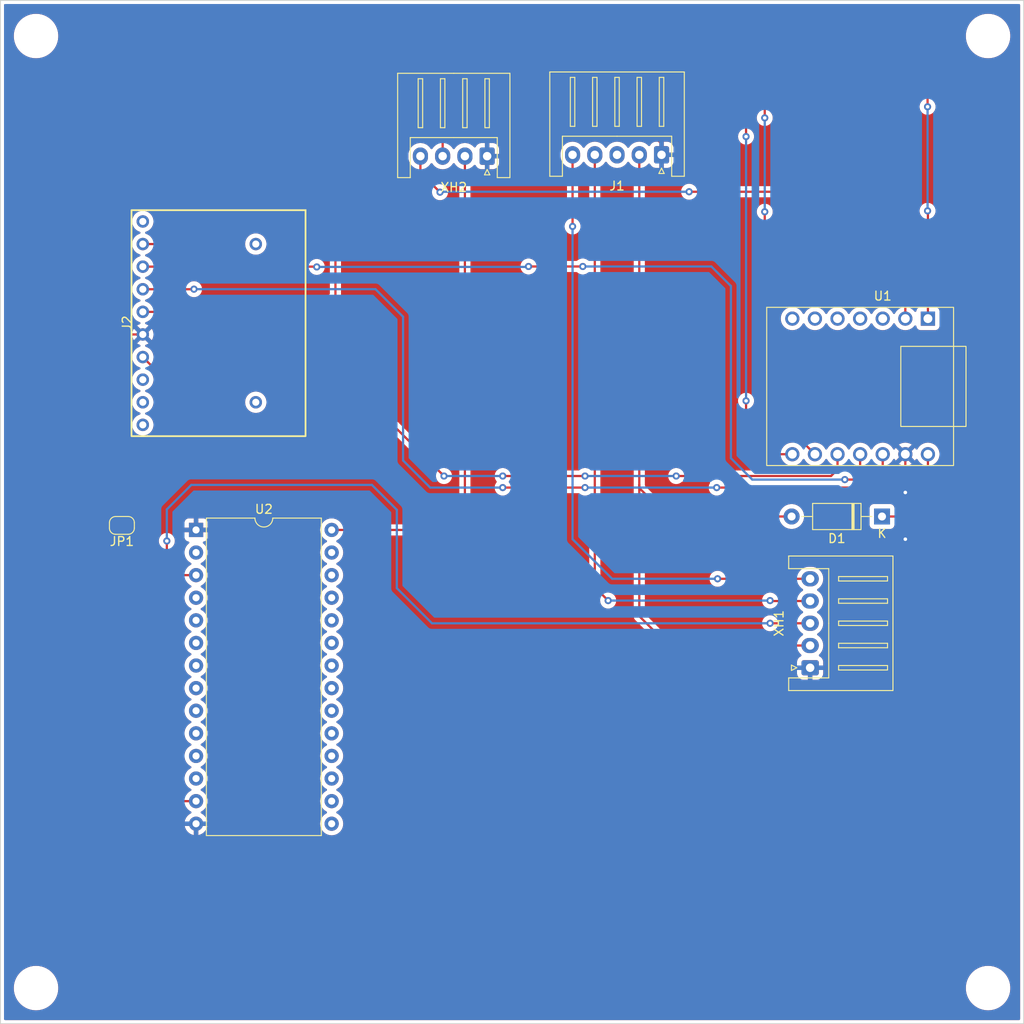
<source format=kicad_pcb>
(kicad_pcb (version 20221018) (generator pcbnew)
  (layers (0 "F.Cu" signal) (31 "B.Cu" signal) (34 "B.Paste" user) (35 "F.Paste" user) (36 "B.SilkS" user "B.Silkscreen") (37 "F.SilkS" user "F.Silkscreen") (38 "B.Mask" user) (39 "F.Mask" user) (44 "Edge.Cuts" user))
  (net 0 "")
  (net 1 "Net-(D1-K)")
  (net 2 "+5V")
  (net 3 "GND")
  (net 5 "/PRGT")
  (net 6 "/1GPS")
  (net 8 "/SD-CS")
  (net 9 "/SD-MOSI")
  (net 10 "/P3V3")
  (net 11 "/SD-CLK")
  (net 12 "/SD-MISO")
  (net 17 "Net-(JP1-B)")
  (net 18 "/L_SD")
  (net 24 "/PTSR")
  (net 26 "/PTTR")
  (net 49 "+3V3")
  (footprint "raiburarii:DHM3" (layer "F.Cu") (at 200 59)
    (fp_text reference "REF**" hide)
    (fp_text value "DHM3" hide)
    (pad "" np_thru_hole circle (at 0 0) (size 3 3) (drill 3) (layers "F&B.Cu" "*.Mask") (clearance 1))
  )
  (footprint "Connector_JST:JST_XH_S5B-XH-A_1x05_P2.50mm_Horizontal" (layer "F.Cu") (at 180 130 90)
    (fp_text reference "XH1" (at 5 -3.5 90) (layer "F.SilkS"))
    (fp_text value "TWELITE_GPS_UART")
    (fp_line (start -2.56 -2.41) (end -1.14 -2.41) (stroke (width 0.12)) (layer "F.SilkS"))
    (fp_line (start -2.56 9.31) (end -2.56 -2.41) (stroke (width 0.12)) (layer "F.SilkS"))
    (fp_line (start -1.14 -2.41) (end -1.14 2.09) (stroke (width 0.12)) (layer "F.SilkS"))
    (fp_line (start -1.14 2.09) (end 5 2.09) (stroke (width 0.12)) (layer "F.SilkS"))
    (fp_line (start -0.3 -2.1) (end 0.3 -2.1) (stroke (width 0.12)) (layer "F.SilkS"))
    (fp_line (start -0.25 3.2) (end -0.25 8.7) (stroke (width 0.12)) (layer "F.SilkS"))
    (fp_line (start -0.25 8.7) (end 0.25 8.7) (stroke (width 0.12)) (layer "F.SilkS"))
    (fp_line (start 0 -1.5) (end -0.3 -2.1) (stroke (width 0.12)) (layer "F.SilkS"))
    (fp_line (start 0.25 3.2) (end -0.25 3.2) (stroke (width 0.12)) (layer "F.SilkS"))
    (fp_line (start 0.25 8.7) (end 0.25 3.2) (stroke (width 0.12)) (layer "F.SilkS"))
    (fp_line (start 0.3 -2.1) (end 0 -1.5) (stroke (width 0.12)) (layer "F.SilkS"))
    (fp_line (start 2.25 3.2) (end 2.25 8.7) (stroke (width 0.12)) (layer "F.SilkS"))
    (fp_line (start 2.25 8.7) (end 2.75 8.7) (stroke (width 0.12)) (layer "F.SilkS"))
    (fp_line (start 2.75 3.2) (end 2.25 3.2) (stroke (width 0.12)) (layer "F.SilkS"))
    (fp_line (start 2.75 8.7) (end 2.75 3.2) (stroke (width 0.12)) (layer "F.SilkS"))
    (fp_line (start 4.75 3.2) (end 4.75 8.7) (stroke (width 0.12)) (layer "F.SilkS"))
    (fp_line (start 4.75 8.7) (end 5.25 8.7) (stroke (width 0.12)) (layer "F.SilkS"))
    (fp_line (start 5 9.31) (end -2.56 9.31) (stroke (width 0.12)) (layer "F.SilkS"))
    (fp_line (start 5 9.31) (end 12.56 9.31) (stroke (width 0.12)) (layer "F.SilkS"))
    (fp_line (start 5.25 3.2) (end 4.75 3.2) (stroke (width 0.12)) (layer "F.SilkS"))
    (fp_line (start 5.25 8.7) (end 5.25 3.2) (stroke (width 0.12)) (layer "F.SilkS"))
    (fp_line (start 7.25 3.2) (end 7.25 8.7) (stroke (width 0.12)) (layer "F.SilkS"))
    (fp_line (start 7.25 8.7) (end 7.75 8.7) (stroke (width 0.12)) (layer "F.SilkS"))
    (fp_line (start 7.75 3.2) (end 7.25 3.2) (stroke (width 0.12)) (layer "F.SilkS"))
    (fp_line (start 7.75 8.7) (end 7.75 3.2) (stroke (width 0.12)) (layer "F.SilkS"))
    (fp_line (start 9.75 3.2) (end 9.75 8.7) (stroke (width 0.12)) (layer "F.SilkS"))
    (fp_line (start 9.75 8.7) (end 10.25 8.7) (stroke (width 0.12)) (layer "F.SilkS"))
    (fp_line (start 10.25 3.2) (end 9.75 3.2) (stroke (width 0.12)) (layer "F.SilkS"))
    (fp_line (start 10.25 8.7) (end 10.25 3.2) (stroke (width 0.12)) (layer "F.SilkS"))
    (fp_line (start 11.14 -2.41) (end 11.14 2.09) (stroke (width 0.12)) (layer "F.SilkS"))
    (fp_line (start 11.14 2.09) (end 5 2.09) (stroke (width 0.12)) (layer "F.SilkS"))
    (fp_line (start 12.56 -2.41) (end 11.14 -2.41) (stroke (width 0.12)) (layer "F.SilkS"))
    (fp_line (start 12.56 9.31) (end 12.56 -2.41) (stroke (width 0.12)) (layer "F.SilkS"))
    (pad "1" thru_hole roundrect (at 0 0 90) (size 1.7 1.95) (drill 0.95) (layers "*.Cu" "*.Mask") (roundrect_rratio 0.147059) (net 3 "GND"))
    (pad "2" thru_hole oval (at 2.5 0 90) (size 1.7 1.95) (drill 0.95) (layers "*.Cu" "*.Mask") (net 2 "+5V"))
    (pad "3" thru_hole oval (at 5 0 90) (size 1.7 1.95) (drill 0.95) (layers "*.Cu" "*.Mask") (net 26 "/PTTR"))
    (pad "4" thru_hole oval (at 7.5 0 90) (size 1.7 1.95) (drill 0.95) (layers "*.Cu" "*.Mask") (net 5 "/PRGT"))
    (pad "5" thru_hole oval (at 10 0 90) (size 1.7 1.95) (drill 0.95) (layers "*.Cu" "*.Mask") (net 6 "/1GPS"))
  )
  (footprint "raiburarii:DHM3" (layer "F.Cu") (at 93 166)
    (fp_text reference "REF**" hide)
    (fp_text value "DHM3" hide)
    (pad "" np_thru_hole circle (at 0 0) (size 3 3) (drill 3) (layers "F&B.Cu" "*.Mask") (clearance 1))
  )
  (footprint "Connector_JST:JST_XH_S5B-XH-A_1x05_P2.50mm_Horizontal" (layer "F.Cu") (at 163.3 72.35 180)
    (fp_text reference "J1" (at 5 -3.5) (layer "F.SilkS"))
    (fp_text value "GPS")
    (fp_line (start -2.56 -2.41) (end -1.14 -2.41) (stroke (width 0.12)) (layer "F.SilkS"))
    (fp_line (start -2.56 9.31) (end -2.56 -2.41) (stroke (width 0.12)) (layer "F.SilkS"))
    (fp_line (start -1.14 -2.41) (end -1.14 2.09) (stroke (width 0.12)) (layer "F.SilkS"))
    (fp_line (start -1.14 2.09) (end 5 2.09) (stroke (width 0.12)) (layer "F.SilkS"))
    (fp_line (start -0.3 -2.1) (end 0.3 -2.1) (stroke (width 0.12)) (layer "F.SilkS"))
    (fp_line (start -0.25 3.2) (end -0.25 8.7) (stroke (width 0.12)) (layer "F.SilkS"))
    (fp_line (start -0.25 8.7) (end 0.25 8.7) (stroke (width 0.12)) (layer "F.SilkS"))
    (fp_line (start 0 -1.5) (end -0.3 -2.1) (stroke (width 0.12)) (layer "F.SilkS"))
    (fp_line (start 0.25 3.2) (end -0.25 3.2) (stroke (width 0.12)) (layer "F.SilkS"))
    (fp_line (start 0.25 8.7) (end 0.25 3.2) (stroke (width 0.12)) (layer "F.SilkS"))
    (fp_line (start 0.3 -2.1) (end 0 -1.5) (stroke (width 0.12)) (layer "F.SilkS"))
    (fp_line (start 2.25 3.2) (end 2.25 8.7) (stroke (width 0.12)) (layer "F.SilkS"))
    (fp_line (start 2.25 8.7) (end 2.75 8.7) (stroke (width 0.12)) (layer "F.SilkS"))
    (fp_line (start 2.75 3.2) (end 2.25 3.2) (stroke (width 0.12)) (layer "F.SilkS"))
    (fp_line (start 2.75 8.7) (end 2.75 3.2) (stroke (width 0.12)) (layer "F.SilkS"))
    (fp_line (start 4.75 3.2) (end 4.75 8.7) (stroke (width 0.12)) (layer "F.SilkS"))
    (fp_line (start 4.75 8.7) (end 5.25 8.7) (stroke (width 0.12)) (layer "F.SilkS"))
    (fp_line (start 5 9.31) (end -2.56 9.31) (stroke (width 0.12)) (layer "F.SilkS"))
    (fp_line (start 5 9.31) (end 12.56 9.31) (stroke (width 0.12)) (layer "F.SilkS"))
    (fp_line (start 5.25 3.2) (end 4.75 3.2) (stroke (width 0.12)) (layer "F.SilkS"))
    (fp_line (start 5.25 8.7) (end 5.25 3.2) (stroke (width 0.12)) (layer "F.SilkS"))
    (fp_line (start 7.25 3.2) (end 7.25 8.7) (stroke (width 0.12)) (layer "F.SilkS"))
    (fp_line (start 7.25 8.7) (end 7.75 8.7) (stroke (width 0.12)) (layer "F.SilkS"))
    (fp_line (start 7.75 3.2) (end 7.25 3.2) (stroke (width 0.12)) (layer "F.SilkS"))
    (fp_line (start 7.75 8.7) (end 7.75 3.2) (stroke (width 0.12)) (layer "F.SilkS"))
    (fp_line (start 9.75 3.2) (end 9.75 8.7) (stroke (width 0.12)) (layer "F.SilkS"))
    (fp_line (start 9.75 8.7) (end 10.25 8.7) (stroke (width 0.12)) (layer "F.SilkS"))
    (fp_line (start 10.25 3.2) (end 9.75 3.2) (stroke (width 0.12)) (layer "F.SilkS"))
    (fp_line (start 10.25 8.7) (end 10.25 3.2) (stroke (width 0.12)) (layer "F.SilkS"))
    (fp_line (start 11.14 -2.41) (end 11.14 2.09) (stroke (width 0.12)) (layer "F.SilkS"))
    (fp_line (start 11.14 2.09) (end 5 2.09) (stroke (width 0.12)) (layer "F.SilkS"))
    (fp_line (start 12.56 -2.41) (end 11.14 -2.41) (stroke (width 0.12)) (layer "F.SilkS"))
    (fp_line (start 12.56 9.31) (end 12.56 -2.41) (stroke (width 0.12)) (layer "F.SilkS"))
    (pad "1" thru_hole roundrect (at 0 0 180) (size 1.7 1.95) (drill 0.95) (layers "*.Cu" "*.Mask") (roundrect_rratio 0.147059) (net 3 "GND"))
    (pad "2" thru_hole oval (at 2.5 0 180) (size 1.7 1.95) (drill 0.95) (layers "*.Cu" "*.Mask") (net 2 "+5V"))
    (pad "3" thru_hole oval (at 5 0 180) (size 1.7 1.95) (drill 0.95) (layers "*.Cu" "*.Mask"))
    (pad "4" thru_hole oval (at 7.5 0 180) (size 1.7 1.95) (drill 0.95) (layers "*.Cu" "*.Mask") (net 5 "/PRGT"))
    (pad "5" thru_hole oval (at 10 0 180) (size 1.7 1.95) (drill 0.95) (layers "*.Cu" "*.Mask") (net 6 "/1GPS"))
  )
  (footprint "microSD:microSD_AE-MICRO-SD-DIP" (layer "F.Cu") (at 103.73 91.27 90)
    (fp_text reference "J2" (at 0 -0.5 90 unlocked) (layer "F.SilkS"))
    (fp_text value "Micro_SD_Card_Det_Hirose_DM3AT")
    (fp_rect (start 12.7 19.56) (end -12.7 0) (stroke (width 0.2)) (fill none) (layer "F.SilkS"))
    (pad "1" thru_hole circle (at 11.43 1.27 90) (size 1.4 1.4) (drill 0.8) (layers "*.Cu" "*.Mask"))
    (pad "2" thru_hole circle (at 8.89 1.27 90) (size 1.4 1.4) (drill 0.8) (layers "*.Cu" "*.Mask") (net 8 "/SD-CS"))
    (pad "3" thru_hole circle (at 6.35 1.27 90) (size 1.4 1.4) (drill 0.8) (layers "*.Cu" "*.Mask") (net 9 "/SD-MOSI"))
    (pad "4" thru_hole circle (at 3.81 1.27 90) (size 1.4 1.4) (drill 0.8) (layers "*.Cu" "*.Mask") (net 10 "/P3V3"))
    (pad "5" thru_hole circle (at 1.27 1.27 90) (size 1.4 1.4) (drill 0.8) (layers "*.Cu" "*.Mask") (net 11 "/SD-CLK"))
    (pad "6" thru_hole circle (at -1.27 1.27 90) (size 1.4 1.4) (drill 0.8) (layers "*.Cu" "*.Mask") (net 3 "GND"))
    (pad "7" thru_hole circle (at -3.81 1.27 90) (size 1.4 1.4) (drill 0.8) (layers "*.Cu" "*.Mask") (net 12 "/SD-MISO"))
    (pad "8" thru_hole circle (at -6.35 1.27 90) (size 1.4 1.4) (drill 0.8) (layers "*.Cu" "*.Mask"))
    (pad "9" thru_hole circle (at -8.89 1.27 90) (size 1.4 1.4) (drill 0.8) (layers "*.Cu" "*.Mask"))
    (pad "10" thru_hole circle (at -11.43 1.27 90) (size 1.4 1.4) (drill 0.8) (layers "*.Cu" "*.Mask"))
    (pad "11" thru_hole circle (at -8.89 13.97 90) (size 1.4 1.4) (drill 0.8) (layers "*.Cu" "*.Mask"))
    (pad "13" thru_hole circle (at 8.89 13.97 90) (size 1.4 1.4) (drill 0.8) (layers "*.Cu" "*.Mask"))
  )
  (footprint "XIAO_PCB:MOUDLE14P-2.54-21X17.8MM" (layer "F.Cu") (at 185.62 98.38)
    (fp_text reference "U1" (at 2.54 -10.16 unlocked) (layer "F.SilkS"))
    (fp_text value "MOUDLE-SEEEDUINO-XIAO")
    (fp_rect (start -10.5 -8.89) (end 10.5 8.89) (stroke (width 0.12)) (fill none) (layer "F.SilkS"))
    (fp_rect (start 4.57 -4.5) (end 11.9 4.5) (stroke (width 0.12)) (fill none) (layer "F.SilkS"))
    (pad "1" thru_hole rect (at 7.62 -7.62) (size 1.6 1.6) (drill 1) (layers "*.Cu" "*.Mask") (net 8 "/SD-CS"))
    (pad "2" thru_hole circle (at 5.08 -7.62) (size 1.6 1.6) (drill 1) (layers "*.Cu" "*.Mask") (net 18 "/L_SD"))
    (pad "3" thru_hole circle (at 2.54 -7.62) (size 1.6 1.6) (drill 1) (layers "*.Cu" "*.Mask"))
    (pad "4" thru_hole circle (at 0 -7.62) (size 1.6 1.6) (drill 1) (layers "*.Cu" "*.Mask"))
    (pad "5" thru_hole circle (at -2.54 -7.62) (size 1.6 1.6) (drill 1) (layers "*.Cu" "*.Mask"))
    (pad "6" thru_hole circle (at -5.08 -7.62) (size 1.6 1.6) (drill 1) (layers "*.Cu" "*.Mask"))
    (pad "7" thru_hole circle (at -7.62 -7.62) (size 1.6 1.6) (drill 1) (layers "*.Cu" "*.Mask"))
    (pad "8" thru_hole circle (at -7.62 7.62) (size 1.6 1.6) (drill 1) (layers "*.Cu" "*.Mask") (net 24 "/PTSR"))
    (pad "9" thru_hole circle (at -5.08 7.62) (size 1.6 1.6) (drill 1) (layers "*.Cu" "*.Mask") (net 11 "/SD-CLK"))
    (pad "10" thru_hole circle (at -2.54 7.62) (size 1.6 1.6) (drill 1) (layers "*.Cu" "*.Mask") (net 12 "/SD-MISO"))
    (pad "11" thru_hole circle (at 0 7.62) (size 1.6 1.6) (drill 1) (layers "*.Cu" "*.Mask") (net 9 "/SD-MOSI"))
    (pad "12" thru_hole circle (at 2.54 7.62) (size 1.6 1.6) (drill 1) (layers "*.Cu" "*.Mask") (net 10 "/P3V3"))
    (pad "13" thru_hole circle (at 5.08 7.62) (size 1.6 1.6) (drill 1) (layers "*.Cu" "*.Mask") (net 3 "GND"))
    (pad "14" thru_hole circle (at 7.62 7.62) (size 1.6 1.6) (drill 1) (layers "*.Cu" "*.Mask") (net 1 "Net-(D1-K)"))
  )
  (footprint "Connector_JST:JST_XH_S4B-XH-A_1x04_P2.50mm_Horizontal" (layer "F.Cu") (at 143.7 72.5 180)
    (fp_text reference "XH2" (at 3.75 -3.5) (layer "F.SilkS"))
    (fp_text value "SD-UART")
    (fp_line (start -2.56 -2.41) (end -1.14 -2.41) (stroke (width 0.12)) (layer "F.SilkS"))
    (fp_line (start -2.56 9.31) (end -2.56 -2.41) (stroke (width 0.12)) (layer "F.SilkS"))
    (fp_line (start -1.14 -2.41) (end -1.14 2.09) (stroke (width 0.12)) (layer "F.SilkS"))
    (fp_line (start -1.14 2.09) (end 3.75 2.09) (stroke (width 0.12)) (layer "F.SilkS"))
    (fp_line (start -0.3 -2.1) (end 0.3 -2.1) (stroke (width 0.12)) (layer "F.SilkS"))
    (fp_line (start -0.25 3.2) (end -0.25 8.7) (stroke (width 0.12)) (layer "F.SilkS"))
    (fp_line (start -0.25 8.7) (end 0.25 8.7) (stroke (width 0.12)) (layer "F.SilkS"))
    (fp_line (start 0 -1.5) (end -0.3 -2.1) (stroke (width 0.12)) (layer "F.SilkS"))
    (fp_line (start 0.25 3.2) (end -0.25 3.2) (stroke (width 0.12)) (layer "F.SilkS"))
    (fp_line (start 0.25 8.7) (end 0.25 3.2) (stroke (width 0.12)) (layer "F.SilkS"))
    (fp_line (start 0.3 -2.1) (end 0 -1.5) (stroke (width 0.12)) (layer "F.SilkS"))
    (fp_line (start 2.25 3.2) (end 2.25 8.7) (stroke (width 0.12)) (layer "F.SilkS"))
    (fp_line (start 2.25 8.7) (end 2.75 8.7) (stroke (width 0.12)) (layer "F.SilkS"))
    (fp_line (start 2.75 3.2) (end 2.25 3.2) (stroke (width 0.12)) (layer "F.SilkS"))
    (fp_line (start 2.75 8.7) (end 2.75 3.2) (stroke (width 0.12)) (layer "F.SilkS"))
    (fp_line (start 3.75 9.31) (end -2.56 9.31) (stroke (width 0.12)) (layer "F.SilkS"))
    (fp_line (start 3.75 9.31) (end 10.06 9.31) (stroke (width 0.12)) (layer "F.SilkS"))
    (fp_line (start 4.75 3.2) (end 4.75 8.7) (stroke (width 0.12)) (layer "F.SilkS"))
    (fp_line (start 4.75 8.7) (end 5.25 8.7) (stroke (width 0.12)) (layer "F.SilkS"))
    (fp_line (start 5.25 3.2) (end 4.75 3.2) (stroke (width 0.12)) (layer "F.SilkS"))
    (fp_line (start 5.25 8.7) (end 5.25 3.2) (stroke (width 0.12)) (layer "F.SilkS"))
    (fp_line (start 7.25 3.2) (end 7.25 8.7) (stroke (width 0.12)) (layer "F.SilkS"))
    (fp_line (start 7.25 8.7) (end 7.75 8.7) (stroke (width 0.12)) (layer "F.SilkS"))
    (fp_line (start 7.75 3.2) (end 7.25 3.2) (stroke (width 0.12)) (layer "F.SilkS"))
    (fp_line (start 7.75 8.7) (end 7.75 3.2) (stroke (width 0.12)) (layer "F.SilkS"))
    (fp_line (start 8.64 -2.41) (end 8.64 2.09) (stroke (width 0.12)) (layer "F.SilkS"))
    (fp_line (start 8.64 2.09) (end 3.75 2.09) (stroke (width 0.12)) (layer "F.SilkS"))
    (fp_line (start 10.06 -2.41) (end 8.64 -2.41) (stroke (width 0.12)) (layer "F.SilkS"))
    (fp_line (start 10.06 9.31) (end 10.06 -2.41) (stroke (width 0.12)) (layer "F.SilkS"))
    (pad "1" thru_hole roundrect (at 0 0 180) (size 1.7 1.95) (drill 0.95) (layers "*.Cu" "*.Mask") (roundrect_rratio 0.147059) (net 3 "GND"))
    (pad "2" thru_hole oval (at 2.5 0 180) (size 1.7 1.95) (drill 0.95) (layers "*.Cu" "*.Mask") (net 49 "+3V3"))
    (pad "3" thru_hole oval (at 5 0 180) (size 1.7 1.95) (drill 0.95) (layers "*.Cu" "*.Mask") (net 24 "/PTSR"))
    (pad "4" thru_hole oval (at 7.5 0 180) (size 1.7 1.95) (drill 0.95) (layers "*.Cu" "*.Mask") (net 18 "/L_SD"))
  )
  (footprint "Jumper:SolderJumper-2_P1.3mm_Open_RoundedPad1.0x1.5mm" (layer "F.Cu") (at 102.65 114 180)
    (fp_text reference "JP1" (at 0 -1.8) (layer "F.SilkS"))
    (fp_text value "SolderJumper_2_Open")
    (fp_line (start -1.4 0.3) (end -1.4 -0.3) (stroke (width 0.12)) (layer "F.SilkS"))
    (fp_line (start -0.7 -1) (end 0.7 -1) (stroke (width 0.12)) (layer "F.SilkS"))
    (fp_line (start 0.7 1) (end -0.7 1) (stroke (width 0.12)) (layer "F.SilkS"))
    (fp_line (start 1.4 -0.3) (end 1.4 0.3) (stroke (width 0.12)) (layer "F.SilkS"))
    (fp_arc (start -1.4 -0.3) (mid -1.194975 -0.794975) (end -0.7 -1) (stroke (width 0.12)) (layer "F.SilkS"))
    (fp_arc (start -0.7 1) (mid -1.194975 0.794975) (end -1.4 0.3) (stroke (width 0.12)) (layer "F.SilkS"))
    (fp_arc (start 0.7 -1) (mid 1.194975 -0.794975) (end 1.4 -0.3) (stroke (width 0.12)) (layer "F.SilkS"))
    (fp_arc (start 1.4 0.3) (mid 1.194975 0.794975) (end 0.7 1) (stroke (width 0.12)) (layer "F.SilkS"))
    (pad "1" smd custom (at -0.65 0 180) (size 1 0.5) (layers "F.Cu" "F.Mask") (net 3 "GND") (options (clearance outline) (anchor rect)) (primitives (gr_circle (center 0 0.25) (end 0.5 0.25) (width 0) (fill yes)) (gr_circle (center 0 -0.25) (end 0.5 -0.25) (width 0) (fill yes)) (gr_poly (pts (xy 0.5 0.75) (xy 0 0.75) (xy 0 -0.75) (xy 0.5 -0.75)) (width 0) (fill yes))))
    (pad "2" smd custom (at 0.65 0 180) (size 1 0.5) (layers "F.Cu" "F.Mask") (net 17 "Net-(JP1-B)") (options (clearance outline) (anchor rect)) (primitives (gr_circle (center 0 0.25) (end 0.5 0.25) (width 0) (fill yes)) (gr_circle (center 0 -0.25) (end 0.5 -0.25) (width 0) (fill yes)) (gr_poly (pts (xy 0 0.75) (xy -0.5 0.75) (xy -0.5 -0.75) (xy 0 -0.75)) (width 0) (fill yes))))
  )
  (footprint "raiburarii:DHM3" (layer "F.Cu") (at 200 166)
    (fp_text reference "REF**" hide)
    (fp_text value "DHM3" hide)
    (pad "" np_thru_hole circle (at 0 0) (size 3 3) (drill 3) (layers "F&B.Cu" "*.Mask") (clearance 1))
  )
  (footprint "raiburarii:DHM3" (layer "F.Cu") (at 93 59)
    (fp_text reference "REF**" hide)
    (fp_text value "DHM3" hide)
    (pad "" np_thru_hole circle (at 0 0) (size 3 3) (drill 3) (layers "F&B.Cu" "*.Mask") (clearance 1))
  )
  (footprint "Package_DIP:DIP-28_W15.24mm" (layer "F.Cu") (at 110.985 114.51)
    (fp_text reference "U2" (at 7.62 -2.33) (layer "F.SilkS"))
    (fp_text value "TWE-L-DP-W")
    (fp_line (start 1.16 -1.33) (end 1.16 34.35) (stroke (width 0.12)) (layer "F.SilkS"))
    (fp_line (start 1.16 34.35) (end 14.08 34.35) (stroke (width 0.12)) (layer "F.SilkS"))
    (fp_line (start 6.62 -1.33) (end 1.16 -1.33) (stroke (width 0.12)) (layer "F.SilkS"))
    (fp_line (start 14.08 -1.33) (end 8.62 -1.33) (stroke (width 0.12)) (layer "F.SilkS"))
    (fp_line (start 14.08 34.35) (end 14.08 -1.33) (stroke (width 0.12)) (layer "F.SilkS"))
    (fp_arc (start 8.62 -1.33) (mid 7.62 -0.33) (end 6.62 -1.33) (stroke (width 0.12)) (layer "F.SilkS"))
    (pad "1" thru_hole rect (at 0 0) (size 1.6 1.6) (drill 0.8) (layers "*.Cu" "*.Mask") (net 3 "GND"))
    (pad "2" thru_hole oval (at 0 2.54) (size 1.6 1.6) (drill 0.8) (layers "*.Cu" "*.Mask"))
    (pad "3" thru_hole oval (at 0 5.08) (size 1.6 1.6) (drill 0.8) (layers "*.Cu" "*.Mask") (net 26 "/PTTR"))
    (pad "4" thru_hole oval (at 0 7.62) (size 1.6 1.6) (drill 0.8) (layers "*.Cu" "*.Mask"))
    (pad "5" thru_hole oval (at 0 10.16) (size 1.6 1.6) (drill 0.8) (layers "*.Cu" "*.Mask"))
    (pad "6" thru_hole oval (at 0 12.7) (size 1.6 1.6) (drill 0.8) (layers "*.Cu" "*.Mask"))
    (pad "7" thru_hole oval (at 0 15.24) (size 1.6 1.6) (drill 0.8) (layers "*.Cu" "*.Mask"))
    (pad "8" thru_hole oval (at 0 17.78) (size 1.6 1.6) (drill 0.8) (layers "*.Cu" "*.Mask"))
    (pad "9" thru_hole oval (at 0 20.32) (size 1.6 1.6) (drill 0.8) (layers "*.Cu" "*.Mask"))
    (pad "10" thru_hole oval (at 0 22.86) (size 1.6 1.6) (drill 0.8) (layers "*.Cu" "*.Mask"))
    (pad "11" thru_hole oval (at 0 25.4) (size 1.6 1.6) (drill 0.8) (layers "*.Cu" "*.Mask"))
    (pad "12" thru_hole oval (at 0 27.94) (size 1.6 1.6) (drill 0.8) (layers "*.Cu" "*.Mask"))
    (pad "13" thru_hole oval (at 0 30.48) (size 1.6 1.6) (drill 0.8) (layers "*.Cu" "*.Mask") (net 17 "Net-(JP1-B)"))
    (pad "14" thru_hole oval (at 0 33.02) (size 1.6 1.6) (drill 0.8) (layers "*.Cu" "*.Mask") (net 3 "GND"))
    (pad "15" thru_hole oval (at 15.24 33.02) (size 1.6 1.6) (drill 0.8) (layers "*.Cu" "*.Mask"))
    (pad "16" thru_hole oval (at 15.24 30.48) (size 1.6 1.6) (drill 0.8) (layers "*.Cu" "*.Mask"))
    (pad "17" thru_hole oval (at 15.24 27.94) (size 1.6 1.6) (drill 0.8) (layers "*.Cu" "*.Mask"))
    (pad "18" thru_hole oval (at 15.24 25.4) (size 1.6 1.6) (drill 0.8) (layers "*.Cu" "*.Mask"))
    (pad "19" thru_hole oval (at 15.24 22.86) (size 1.6 1.6) (drill 0.8) (layers "*.Cu" "*.Mask"))
    (pad "20" thru_hole oval (at 15.24 20.32) (size 1.6 1.6) (drill 0.8) (layers "*.Cu" "*.Mask"))
    (pad "21" thru_hole oval (at 15.24 17.78) (size 1.6 1.6) (drill 0.8) (layers "*.Cu" "*.Mask"))
    (pad "22" thru_hole oval (at 15.24 15.24) (size 1.6 1.6) (drill 0.8) (layers "*.Cu" "*.Mask"))
    (pad "23" thru_hole oval (at 15.24 12.7) (size 1.6 1.6) (drill 0.8) (layers "*.Cu" "*.Mask"))
    (pad "24" thru_hole oval (at 15.24 10.16) (size 1.6 1.6) (drill 0.8) (layers "*.Cu" "*.Mask"))
    (pad "25" thru_hole oval (at 15.24 7.62) (size 1.6 1.6) (drill 0.8) (layers "*.Cu" "*.Mask"))
    (pad "26" thru_hole oval (at 15.24 5.08) (size 1.6 1.6) (drill 0.8) (layers "*.Cu" "*.Mask"))
    (pad "27" thru_hole oval (at 15.24 2.54) (size 1.6 1.6) (drill 0.8) (layers "*.Cu" "*.Mask"))
    (pad "28" thru_hole oval (at 15.24 0) (size 1.6 1.6) (drill 0.8) (layers "*.Cu" "*.Mask") (net 49 "+3V3"))
  )
  (footprint "Diode_THT:D_A-405_P10.16mm_Horizontal" (layer "F.Cu") (at 188.08 113 180)
    (fp_text reference "D1" (at 5.08 -2.47) (layer "F.SilkS"))
    (fp_text value "D")
    (fp_text user "K" (at 0 -1.9) (layer "F.SilkS"))
    (fp_line (start 1.14 0) (end 2.36 0) (stroke (width 0.12)) (layer "F.SilkS"))
    (fp_line (start 2.36 -1.47) (end 2.36 1.47) (stroke (width 0.12)) (layer "F.SilkS"))
    (fp_line (start 2.36 1.47) (end 7.8 1.47) (stroke (width 0.12)) (layer "F.SilkS"))
    (fp_line (start 3.14 -1.47) (end 3.14 1.47) (stroke (width 0.12)) (layer "F.SilkS"))
    (fp_line (start 3.26 -1.47) (end 3.26 1.47) (stroke (width 0.12)) (layer "F.SilkS"))
    (fp_line (start 3.38 -1.47) (end 3.38 1.47) (stroke (width 0.12)) (layer "F.SilkS"))
    (fp_line (start 7.8 -1.47) (end 2.36 -1.47) (stroke (width 0.12)) (layer "F.SilkS"))
    (fp_line (start 7.8 1.47) (end 7.8 -1.47) (stroke (width 0.12)) (layer "F.SilkS"))
    (fp_line (start 9.02 0) (end 7.8 0) (stroke (width 0.12)) (layer "F.SilkS"))
    (pad "1" thru_hole rect (at 0 0 180) (size 1.8 1.8) (drill 0.9) (layers "*.Cu" "*.Mask") (net 1 "Net-(D1-K)"))
    (pad "2" thru_hole oval (at 10.16 0 180) (size 1.8 1.8) (drill 0.9) (layers "*.Cu" "*.Mask") (net 2 "+5V"))
  )
  (gr_line (start 204 170) (end 204 55) (stroke (width 0.1)) (layer "Edge.Cuts"))
  (gr_line (start 89 170) (end 204 170) (stroke (width 0.1)) (layer "Edge.Cuts"))
  (gr_line (start 204 55) (end 89 55) (stroke (width 0.1)) (layer "Edge.Cuts"))
  (gr_line (start 89 55) (end 89 170) (stroke (width 0.1)) (layer "Edge.Cuts"))
  (segment (start 193.24 106) (end 193.24 111.76) (width 0.25) (layer "F.Cu") (net 1))
  (segment (start 193.24 111.76) (end 192 113) (width 0.25) (layer "F.Cu") (net 1))
  (segment (start 192 113) (end 188.08 113) (width 0.25) (layer "F.Cu") (net 1))
  (segment (start 164 113) (end 160.8 109.8) (width 0.25) (layer "F.Cu") (net 2))
  (segment (start 164.1 127.5) (end 160.8 124.2) (width 0.25) (layer "F.Cu") (net 2))
  (segment (start 177.92 113) (end 164 113) (width 0.25) (layer "F.Cu") (net 2))
  (segment (start 160.8 109.8) (end 160.8 109.45) (width 0.25) (layer "F.Cu") (net 2))
  (segment (start 180 127.5) (end 164.1 127.5) (width 0.25) (layer "F.Cu") (net 2))
  (segment (start 160.8 109.45) (end 160.8 72.35) (width 0.25) (layer "F.Cu") (net 2))
  (segment (start 160.8 124.2) (end 160.8 109.45) (width 0.25) (layer "F.Cu") (net 2))
  (segment (start 110.985 114.51) (end 103.81 114.51) (width 0.25) (layer "F.Cu") (net 3))
  (segment (start 112.65 152.1) (end 176.3 152.1) (width 0.25) (layer "F.Cu") (net 3))
  (segment (start 110.985 147.53) (end 110.985 150.435) (width 0.25) (layer "F.Cu") (net 3))
  (segment (start 161.6 69.4) (end 163.3 71.1) (width 0.25) (layer "F.Cu") (net 3))
  (segment (start 145.25 69.4) (end 161.6 69.4) (width 0.25) (layer "F.Cu") (net 3))
  (segment (start 143.7 72.5) (end 143.7 70.95) (width 0.25) (layer "F.Cu") (net 3))
  (segment (start 199 117.25) (end 199 76.45) (width 0.25) (layer "F.Cu") (net 3))
  (segment (start 190.7 106) (end 190.7 110.3) (width 0.25) (layer "F.Cu") (net 3))
  (segment (start 190.7 115.55) (end 190.7 117.45) (width 0.25) (layer "F.Cu") (net 3))
  (segment (start 110.985 150.435) (end 112.65 152.1) (width 0.25) (layer "F.Cu") (net 3))
  (segment (start 103.3 93.05) (end 103.3 114) (width 0.25) (layer "F.Cu") (net 3))
  (segment (start 190.7 117.45) (end 192 118.75) (width 0.25) (layer "F.Cu") (net 3))
  (segment (start 199 76.45) (end 194.9 72.35) (width 0.25) (layer "F.Cu") (net 3))
  (segment (start 143.7 70.95) (end 145.25 69.4) (width 0.25) (layer "F.Cu") (net 3))
  (segment (start 194.9 72.35) (end 163.3 72.35) (width 0.25) (layer "F.Cu") (net 3))
  (segment (start 176.3 152.1) (end 180 148.4) (width 0.25) (layer "F.Cu") (net 3))
  (segment (start 163.3 71.1) (end 163.3 72.35) (width 0.25) (layer "F.Cu") (net 3))
  (segment (start 103.81 92.54) (end 103.3 93.05) (width 0.25) (layer "F.Cu") (net 3))
  (segment (start 180 148.4) (end 180 130) (width 0.25) (layer "F.Cu") (net 3))
  (segment (start 105 92.54) (end 103.81 92.54) (width 0.25) (layer "F.Cu") (net 3))
  (segment (start 103.81 114.51) (end 103.3 114) (width 0.25) (layer "F.Cu") (net 3))
  (segment (start 197.5 118.75) (end 199 117.25) (width 0.25) (layer "F.Cu") (net 3))
  (segment (start 192 118.75) (end 197.5 118.75) (width 0.25) (layer "F.Cu") (net 3))
  (via (at 190.7 115.55) (size 0.8) (drill 0.4) (layers "F.Cu" "B.Cu") (net 3))
  (via (at 190.7 110.3) (size 0.8) (drill 0.4) (layers "F.Cu" "B.Cu") (net 3))
  (segment (start 190.7 110.3) (end 190.7 115.55) (width 0.25) (layer "B.Cu") (net 3))
  (segment (start 175.55 122.5) (end 180 122.5) (width 0.25) (layer "F.Cu") (net 5))
  (segment (start 155.8 120.95) (end 157.3 122.45) (width 0.25) (layer "F.Cu") (net 5))
  (segment (start 155.8 72.35) (end 155.8 120.95) (width 0.25) (layer "F.Cu") (net 5))
  (segment (start 175.5 122.45) (end 175.55 122.5) (width 0.25) (layer "F.Cu") (net 5))
  (via (at 157.3 122.45) (size 0.8) (drill 0.4) (layers "F.Cu" "B.Cu") (net 5))
  (via (at 175.5 122.45) (size 0.8) (drill 0.4) (layers "F.Cu" "B.Cu") (net 5))
  (segment (start 157.3 122.45) (end 175.5 122.45) (width 0.25) (layer "B.Cu") (net 5))
  (segment (start 153.3 80.4) (end 153.3 72.35) (width 0.25) (layer "F.Cu") (net 6))
  (segment (start 180 120) (end 169.6 120) (width 0.25) (layer "F.Cu") (net 6))
  (via (at 153.3 80.4) (size 0.8) (drill 0.4) (layers "F.Cu" "B.Cu") (net 6))
  (via (at 169.6 120) (size 0.8) (drill 0.4) (layers "F.Cu" "B.Cu") (net 6))
  (segment (start 157.75 120) (end 156.25 118.5) (width 0.25) (layer "B.Cu") (net 6))
  (segment (start 153.3 115.55) (end 153.3 80.4) (width 0.25) (layer "B.Cu") (net 6))
  (segment (start 169.6 120) (end 157.75 120) (width 0.25) (layer "B.Cu") (net 6))
  (segment (start 156.25 118.5) (end 153.3 115.55) (width 0.25) (layer "B.Cu") (net 6))
  (segment (start 191.6 60.5) (end 193.2 62.1) (width 0.25) (layer "F.Cu") (net 8))
  (segment (start 105 82.38) (end 107.58 82.38) (width 0.25) (layer "F.Cu") (net 8))
  (segment (start 118.8 59.35) (end 190.45 59.35) (width 0.25) (layer "F.Cu") (net 8))
  (segment (start 190.45 59.35) (end 191.6 60.5) (width 0.25) (layer "F.Cu") (net 8))
  (segment (start 114 82.35) (end 116.4 79.95) (width 0.25) (layer "F.Cu") (net 8))
  (segment (start 116.4 66.35) (end 116.4 61.75) (width 0.25) (layer "F.Cu") (net 8))
  (segment (start 193.2 62.1) (end 193.2 66.95) (width 0.25) (layer "F.Cu") (net 8))
  (segment (start 107.61 82.35) (end 114 82.35) (width 0.25) (layer "F.Cu") (net 8))
  (segment (start 193.24 78.69) (end 193.24 90.76) (width 0.25) (layer "F.Cu") (net 8))
  (segment (start 116.4 61.75) (end 118.8 59.35) (width 0.25) (layer "F.Cu") (net 8))
  (segment (start 193.2 78.65) (end 193.24 78.69) (width 0.25) (layer "F.Cu") (net 8))
  (segment (start 107.58 82.38) (end 107.61 82.35) (width 0.25) (layer "F.Cu") (net 8))
  (segment (start 116.4 79.95) (end 116.4 66.35) (width 0.25) (layer "F.Cu") (net 8))
  (via (at 193.2 78.65) (size 0.8) (drill 0.4) (layers "F.Cu" "B.Cu") (net 8))
  (via (at 193.2 66.95) (size 0.8) (drill 0.4) (layers "F.Cu" "B.Cu") (net 8))
  (segment (start 193.2 66.95) (end 193.2 78.65) (width 0.25) (layer "B.Cu") (net 8))
  (segment (start 124.52 84.92) (end 124.55 84.95) (width 0.25) (layer "F.Cu") (net 9))
  (segment (start 185.35 108.85) (end 185.62 108.58) (width 0.25) (layer "F.Cu") (net 9))
  (segment (start 105 84.92) (end 124.52 84.92) (width 0.25) (layer "F.Cu") (net 9))
  (segment (start 148.35 84.9) (end 154.45 84.9) (width 0.25) (layer "F.Cu") (net 9))
  (segment (start 185.62 108.58) (end 185.62 106) (width 0.25) (layer "F.Cu") (net 9))
  (segment (start 183.9 108.85) (end 185.35 108.85) (width 0.25) (layer "F.Cu") (net 9))
  (via (at 124.55 84.95) (size 0.8) (drill 0.4) (layers "F.Cu" "B.Cu") (net 9))
  (via (at 183.9 108.85) (size 0.8) (drill 0.4) (layers "F.Cu" "B.Cu") (net 9))
  (via (at 154.45 84.9) (size 0.8) (drill 0.4) (layers "F.Cu" "B.Cu") (net 9))
  (via (at 148.35 84.9) (size 0.8) (drill 0.4) (layers "F.Cu" "B.Cu") (net 9))
  (segment (start 124.55 84.95) (end 148.3 84.95) (width 0.25) (layer "B.Cu") (net 9))
  (segment (start 173.5 108.85) (end 183.9 108.85) (width 0.25) (layer "B.Cu") (net 9))
  (segment (start 169.6 85.6) (end 171.1 87.1) (width 0.25) (layer "B.Cu") (net 9))
  (segment (start 154.45 84.9) (end 168.9 84.9) (width 0.25) (layer "B.Cu") (net 9))
  (segment (start 168.9 84.9) (end 169.6 85.6) (width 0.25) (layer "B.Cu") (net 9))
  (segment (start 148.3 84.95) (end 148.35 84.9) (width 0.25) (layer "B.Cu") (net 9))
  (segment (start 171.1 106.45) (end 173.5 108.85) (width 0.25) (layer "B.Cu") (net 9))
  (segment (start 171.1 87.1) (end 171.1 106.45) (width 0.25) (layer "B.Cu") (net 9))
  (segment (start 188.16 106) (end 188.16 108.84) (width 0.25) (layer "F.Cu") (net 10))
  (segment (start 188.16 108.84) (end 187.25 109.75) (width 0.25) (layer "F.Cu") (net 10))
  (segment (start 187.25 109.75) (end 169.5 109.75) (width 0.25) (layer "F.Cu") (net 10))
  (segment (start 110.75 87.45) (end 110.74 87.46) (width 0.25) (layer "F.Cu") (net 10))
  (segment (start 154.7 109.75) (end 145.45 109.75) (width 0.25) (layer "F.Cu") (net 10))
  (segment (start 110.74 87.46) (end 105 87.46) (width 0.25) (layer "F.Cu") (net 10))
  (via (at 110.75 87.45) (size 0.8) (drill 0.4) (layers "F.Cu" "B.Cu") (net 10))
  (via (at 154.7 109.75) (size 0.8) (drill 0.4) (layers "F.Cu" "B.Cu") (net 10))
  (via (at 145.45 109.75) (size 0.8) (drill 0.4) (layers "F.Cu" "B.Cu") (net 10))
  (via (at 169.5 109.75) (size 0.8) (drill 0.4) (layers "F.Cu" "B.Cu") (net 10))
  (segment (start 131.15 87.45) (end 110.75 87.45) (width 0.25) (layer "B.Cu") (net 10))
  (segment (start 169.5 109.75) (end 154.7 109.75) (width 0.25) (layer "B.Cu") (net 10))
  (segment (start 136.1 108.55) (end 134.25 106.7) (width 0.25) (layer "B.Cu") (net 10))
  (segment (start 137.3 109.75) (end 136.1 108.55) (width 0.25) (layer "B.Cu") (net 10))
  (segment (start 134.25 106.7) (end 134.25 90.55) (width 0.25) (layer "B.Cu") (net 10))
  (segment (start 145.45 109.75) (end 137.3 109.75) (width 0.25) (layer "B.Cu") (net 10))
  (segment (start 134.25 90.55) (end 131.15 87.45) (width 0.25) (layer "B.Cu") (net 10))
  (segment (start 126.65 64.25) (end 126.65 88.25) (width 0.25) (layer "F.Cu") (net 11))
  (segment (start 180.54 106) (end 174.9 100.36) (width 0.25) (layer "F.Cu") (net 11))
  (segment (start 126.65 88.25) (end 124.9 90) (width 0.25) (layer "F.Cu") (net 11))
  (segment (start 174.9 100.36) (end 174.9 100.3) (width 0.25) (layer "F.Cu") (net 11))
  (segment (start 173.35 60.95) (end 129.95 60.95) (width 0.25) (layer "F.Cu") (net 11))
  (segment (start 129.95 60.95) (end 126.65 64.25) (width 0.25) (layer "F.Cu") (net 11))
  (segment (start 174.9 100.3) (end 174.9 78.75) (width 0.25) (layer "F.Cu") (net 11))
  (segment (start 174.9 68.2) (end 174.9 62.5) (width 0.25) (layer "F.Cu") (net 11))
  (segment (start 124.9 90) (end 105 90) (width 0.25) (layer "F.Cu") (net 11))
  (segment (start 174.9 62.5) (end 173.35 60.95) (width 0.25) (layer "F.Cu") (net 11))
  (via (at 174.9 68.2) (size 0.8) (drill 0.4) (layers "F.Cu" "B.Cu") (net 11))
  (via (at 174.9 78.75) (size 0.8) (drill 0.4) (layers "F.Cu" "B.Cu") (net 11))
  (segment (start 174.9 78.75) (end 174.9 68.2) (width 0.25) (layer "B.Cu") (net 11))
  (segment (start 138.85 108.45) (end 132.7 102.3) (width 0.25) (layer "F.Cu") (net 12))
  (segment (start 130.45 96.1) (end 106.02 96.1) (width 0.25) (layer "F.Cu") (net 12))
  (segment (start 183.08 107.72) (end 182.35 108.45) (width 0.25) (layer "F.Cu") (net 12))
  (segment (start 132.7 102.3) (end 132.7 98.35) (width 0.25) (layer "F.Cu") (net 12))
  (segment (start 106.02 96.1) (end 105 95.08) (width 0.25) (layer "F.Cu") (net 12))
  (segment (start 182.35 108.45) (end 164.95 108.45) (width 0.25) (layer "F.Cu") (net 12))
  (segment (start 154.7 108.45) (end 145.45 108.45) (width 0.25) (layer "F.Cu") (net 12))
  (segment (start 132.7 98.35) (end 130.45 96.1) (width 0.25) (layer "F.Cu") (net 12))
  (segment (start 183.08 106) (end 183.08 107.72) (width 0.25) (layer "F.Cu") (net 12))
  (via (at 145.45 108.45) (size 0.8) (drill 0.4) (layers "F.Cu" "B.Cu") (net 12))
  (via (at 138.85 108.45) (size 0.8) (drill 0.4) (layers "F.Cu" "B.Cu") (net 12))
  (via (at 164.95 108.45) (size 0.8) (drill 0.4) (layers "F.Cu" "B.Cu") (net 12))
  (via (at 154.7 108.45) (size 0.8) (drill 0.4) (layers "F.Cu" "B.Cu") (net 12))
  (segment (start 145.45 108.45) (end 138.85 108.45) (width 0.25) (layer "B.Cu") (net 12))
  (segment (start 164.95 108.45) (end 154.7 108.45) (width 0.25) (layer "B.Cu") (net 12))
  (segment (start 102 144) (end 103 145) (width 0.25) (layer "F.Cu") (net 17))
  (segment (start 103 145) (end 103.01 144.99) (width 0.25) (layer "F.Cu") (net 17))
  (segment (start 102 114) (end 102 144) (width 0.25) (layer "F.Cu") (net 17))
  (segment (start 103.01 144.99) (end 110.985 144.99) (width 0.25) (layer "F.Cu") (net 17))
  (segment (start 136.2 74.35) (end 136.2 72.5) (width 0.25) (layer "F.Cu") (net 18))
  (segment (start 190.7 90.76) (end 190.7 78.25) (width 0.25) (layer "F.Cu") (net 18))
  (segment (start 188.95 76.5) (end 166.4 76.5) (width 0.25) (layer "F.Cu") (net 18))
  (segment (start 190.7 78.25) (end 188.95 76.5) (width 0.25) (layer "F.Cu") (net 18))
  (segment (start 138.4 76.55) (end 136.2 74.35) (width 0.25) (layer "F.Cu") (net 18))
  (via (at 138.4 76.55) (size 0.8) (drill 0.4) (layers "F.Cu" "B.Cu") (net 18))
  (via (at 166.4 76.5) (size 0.8) (drill 0.4) (layers "F.Cu" "B.Cu") (net 18))
  (segment (start 166.4 76.5) (end 138.45 76.5) (width 0.25) (layer "B.Cu") (net 18))
  (segment (start 138.45 76.5) (end 138.4 76.55) (width 0.25) (layer "B.Cu") (net 18))
  (segment (start 171.4 67.8) (end 172.5 68.9) (width 0.25) (layer "F.Cu") (net 24))
  (segment (start 138.7 72.5) (end 138.7 68.65) (width 0.25) (layer "F.Cu") (net 24))
  (segment (start 172.5 68.9) (end 172.8 69.2) (width 0.25) (layer "F.Cu") (net 24))
  (segment (start 172.8 100) (end 172.8 104.45) (width 0.25) (layer "F.Cu") (net 24))
  (segment (start 172.8 69.2) (end 172.8 70.3) (width 0.25) (layer "F.Cu") (net 24))
  (segment (start 172.8 104.45) (end 174.35 106) (width 0.25) (layer "F.Cu") (net 24))
  (segment (start 174.35 106) (end 178 106) (width 0.25) (layer "F.Cu") (net 24))
  (segment (start 139.55 67.8) (end 171.4 67.8) (width 0.25) (layer "F.Cu") (net 24))
  (segment (start 138.7 68.65) (end 139.55 67.8) (width 0.25) (layer "F.Cu") (net 24))
  (via (at 172.8 70.3) (size 0.8) (drill 0.4) (layers "F.Cu" "B.Cu") (net 24))
  (via (at 172.8 100) (size 0.8) (drill 0.4) (layers "F.Cu" "B.Cu") (net 24))
  (segment (start 172.8 70.3) (end 172.8 100) (width 0.25) (layer "B.Cu") (net 24))
  (segment (start 180 125) (end 175.5 125) (width 0.25) (layer "F.Cu") (net 26))
  (segment (start 108.59 119.59) (end 110.985 119.59) (width 0.25) (layer "F.Cu") (net 26))
  (segment (start 107.7 115.75) (end 107.7 118.7) (width 0.25) (layer "F.Cu") (net 26))
  (segment (start 107.7 118.7) (end 108.59 119.59) (width 0.25) (layer "F.Cu") (net 26))
  (via (at 107.7 115.75) (size 0.8) (drill 0.4) (layers "F.Cu" "B.Cu") (net 26))
  (via (at 175.5 125) (size 0.8) (drill 0.4) (layers "F.Cu" "B.Cu") (net 26))
  (segment (start 133.55 113.5) (end 133.55 112.25) (width 0.25) (layer "B.Cu") (net 26))
  (segment (start 133.55 121.05) (end 133.55 113.5) (width 0.25) (layer "B.Cu") (net 26))
  (segment (start 130.75 109.45) (end 110.45 109.45) (width 0.25) (layer "B.Cu") (net 26))
  (segment (start 137.5 125) (end 136.2 123.7) (width 0.25) (layer "B.Cu") (net 26))
  (segment (start 107.7 112.2) (end 107.7 115.75) (width 0.25) (layer "B.Cu") (net 26))
  (segment (start 110.45 109.45) (end 107.7 112.2) (width 0.25) (layer "B.Cu") (net 26))
  (segment (start 132.05 110.75) (end 130.75 109.45) (width 0.25) (layer "B.Cu") (net 26))
  (segment (start 175.5 125) (end 137.5 125) (width 0.25) (layer "B.Cu") (net 26))
  (segment (start 133.55 112.25) (end 132.05 110.75) (width 0.25) (layer "B.Cu") (net 26))
  (segment (start 136.2 123.7) (end 133.55 121.05) (width 0.25) (layer "B.Cu") (net 26))
  (segment (start 141.2 112.65) (end 139.34 114.51) (width 0.25) (layer "F.Cu") (net 49))
  (segment (start 139.34 114.51) (end 126.225 114.51) (width 0.25) (layer "F.Cu") (net 49))
  (segment (start 141.2 72.5) (end 141.2 112.65) (width 0.25) (layer "F.Cu") (net 49))
  (zone (net 3) (net_name "GND") (layers "F&B.Cu") (connect_pads (clearance 0.5)) (min_thickness 0.25) (fill yes (thermal_gap 0.5) (thermal_bridge_width 0.5))
    (polygon (pts (xy 203.6 55.4) (xy 203.6 169.6) (xy 89.4 169.6) (xy 89.4 55.4)))
  )
)
</source>
